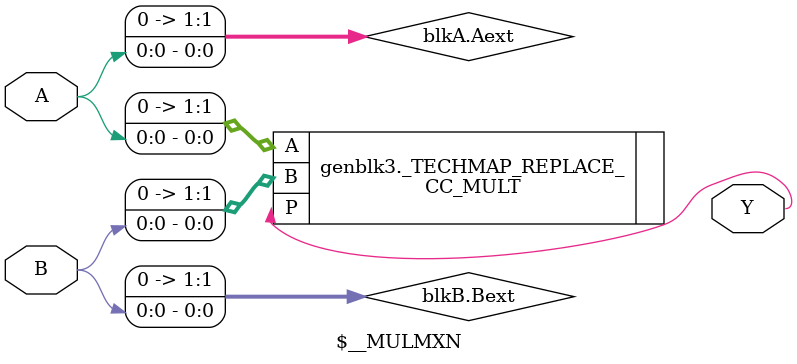
<source format=v>

/*
 *  yosys -- Yosys Open SYnthesis Suite
 *
 *  Copyright (C) 2021  Cologne Chip AG <support@colognechip.com>
 *
 *  Permission to use, copy, modify, and/or distribute this software for any
 *  purpose with or without fee is hereby granted, provided that the above
 *  copyright notice and this permission notice appear in all copies.
 *
 *  THE SOFTWARE IS PROVIDED "AS IS" AND THE AUTHOR DISCLAIMS ALL WARRANTIES
 *  WITH REGARD TO THIS SOFTWARE INCLUDING ALL IMPLIED WARRANTIES OF
 *  MERCHANTABILITY AND FITNESS. IN NO EVENT SHALL THE AUTHOR BE LIABLE FOR
 *  ANY SPECIAL, DIRECT, INDIRECT, OR CONSEQUENTIAL DAMAGES OR ANY DAMAGES
 *  WHATSOEVER RESULTING FROM LOSS OF USE, DATA OR PROFITS, WHETHER IN AN
 *  ACTION OF CONTRACT, NEGLIGENCE OR OTHER TORTIOUS ACTION, ARISING OUT OF
 *  OR IN CONNECTION WITH THE USE OR PERFORMANCE OF THIS SOFTWARE.
 *
 */

(* techmap_celltype = "$mul $__mul" *)
module \$__MULMXN (A, B, Y);

	parameter A_SIGNED = 0;
	parameter B_SIGNED = 0;
	parameter A_WIDTH = 1;
	parameter B_WIDTH = 1;
	parameter Y_WIDTH = 1;

	(* force_downto *)
	input [A_WIDTH-1:0] A;
	(* force_downto *)
	input [B_WIDTH-1:0] B;
	(* force_downto *)
	output [Y_WIDTH-1:0] Y;

	localparam A_ADJWIDTH = A_WIDTH + (A_SIGNED ? 0 : 1);
	localparam B_ADJWIDTH = B_WIDTH + (B_SIGNED ? 0 : 1);

	generate
		if (A_SIGNED) begin: blkA
			wire signed [A_ADJWIDTH-1:0] Aext = $signed(A);
		end
		else begin: blkA
			wire [A_ADJWIDTH-1:0] Aext = A;
		end
		if (B_SIGNED) begin: blkB
			wire signed [B_ADJWIDTH-1:0] Bext = $signed(B);
		end
		else begin: blkB
			wire [B_ADJWIDTH-1:0] Bext = B;
		end

		if (A_WIDTH >= B_WIDTH) begin
			CC_MULT #(
				.A_WIDTH(A_ADJWIDTH),
				.B_WIDTH(B_ADJWIDTH),
				.P_WIDTH(Y_WIDTH),
			) _TECHMAP_REPLACE_ (
				.A(blkA.Aext),
				.B(blkB.Bext),
				.P(Y)
			);
		end
		else begin // swap A,B
			CC_MULT #(
				.A_WIDTH(B_ADJWIDTH),
				.B_WIDTH(A_ADJWIDTH),
				.P_WIDTH(Y_WIDTH),
			) _TECHMAP_REPLACE_ (
				.A(blkB.Bext),
				.B(blkA.Aext),
				.P(Y)
			);
		end
	endgenerate

endmodule

</source>
